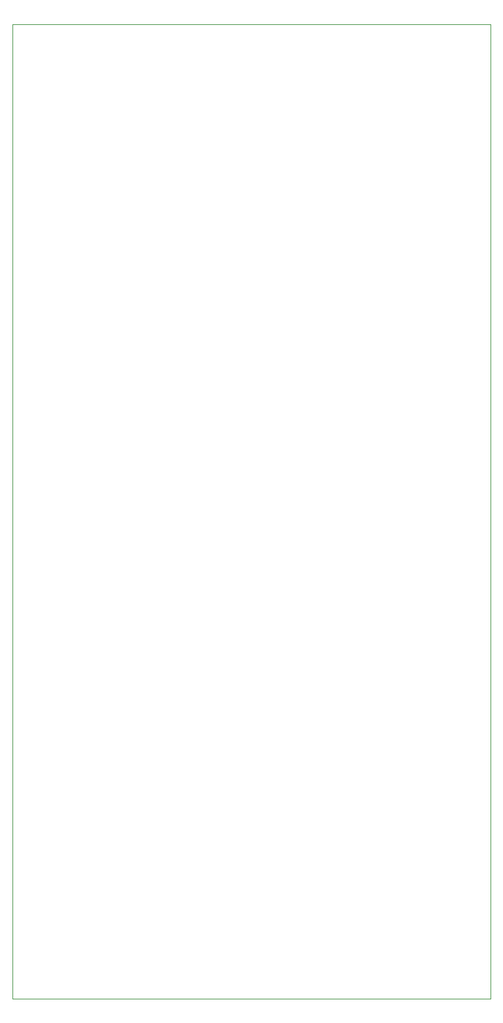
<source format=gm1>
G04 #@! TF.GenerationSoftware,KiCad,Pcbnew,8.0.0*
G04 #@! TF.CreationDate,2024-08-30T13:19:30-05:00*
G04 #@! TF.ProjectId,Rain and Switches Control Board,5261696e-2061-46e6-9420-537769746368,rev?*
G04 #@! TF.SameCoordinates,Original*
G04 #@! TF.FileFunction,Profile,NP*
%FSLAX46Y46*%
G04 Gerber Fmt 4.6, Leading zero omitted, Abs format (unit mm)*
G04 Created by KiCad (PCBNEW 8.0.0) date 2024-08-30 13:19:30*
%MOMM*%
%LPD*%
G01*
G04 APERTURE LIST*
G04 #@! TA.AperFunction,Profile*
%ADD10C,0.050000*%
G04 #@! TD*
G04 APERTURE END LIST*
D10*
X124500000Y-23390000D02*
X186200000Y-23390000D01*
X186200000Y-149080000D01*
X124500000Y-149080000D01*
X124500000Y-23390000D01*
M02*

</source>
